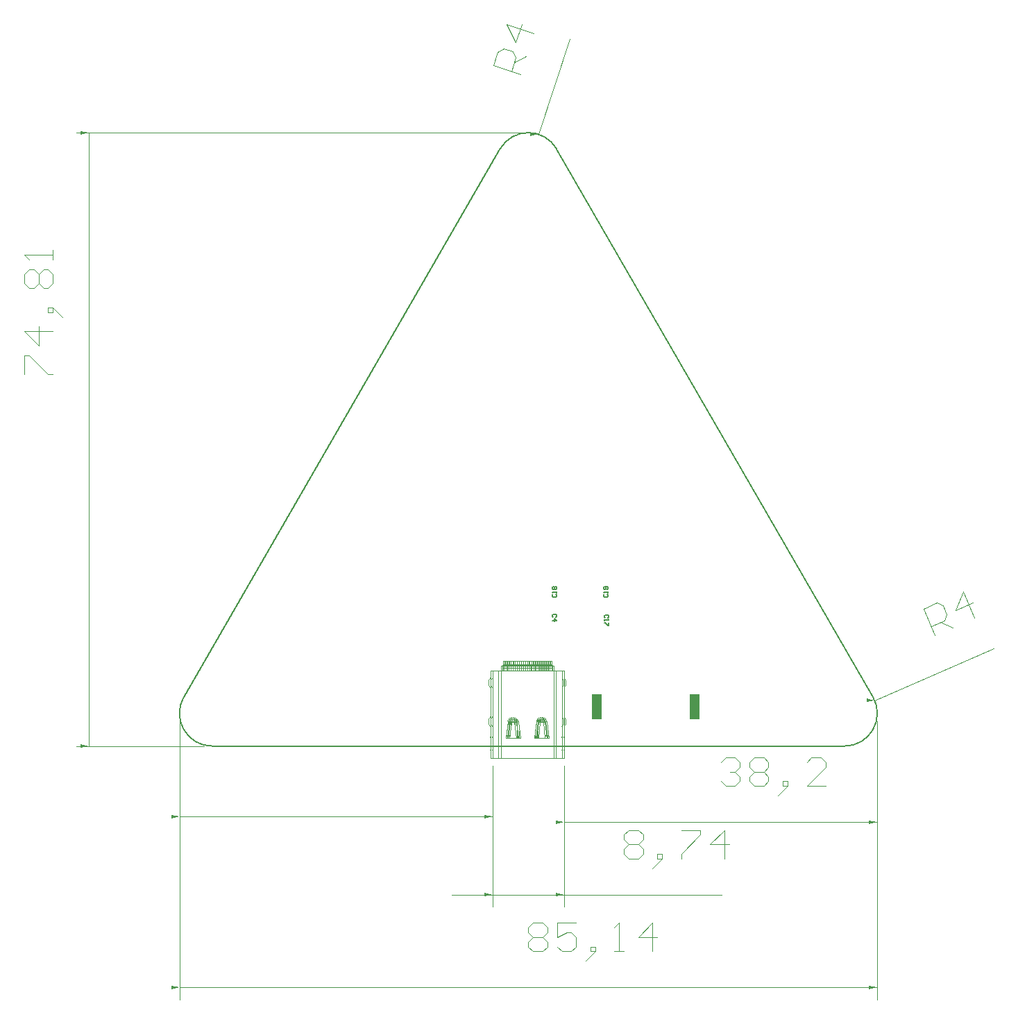
<source format=gm1>
G04*
G04 #@! TF.GenerationSoftware,Altium Limited,Altium Designer,19.0.12 (326)*
G04*
G04 Layer_Color=16711935*
%FSLAX44Y44*%
%MOMM*%
G71*
G01*
G75*
%ADD16C,0.1270*%
%ADD141C,0.0127*%
%ADD142R,1.2500X3.1063*%
%ADD143R,1.2540X3.1178*%
G36*
X816839Y-132073D02*
X806839Y-134215D01*
Y-129930D01*
X816839Y-132073D01*
D02*
G37*
G36*
X434821Y-132073D02*
X424821Y-134216D01*
Y-129930D01*
X434821Y-132073D01*
D02*
G37*
G36*
Y-220570D02*
X424821Y-222713D01*
Y-218428D01*
X434821Y-220570D01*
D02*
G37*
G36*
X347421D02*
X337421Y-222713D01*
Y-218428D01*
X347421Y-220570D01*
D02*
G37*
G36*
X816839Y-333596D02*
X806839Y-335738D01*
Y-331453D01*
X816839Y-333596D01*
D02*
G37*
G36*
X-34597D02*
X-44597Y-335738D01*
Y-331453D01*
X-34597Y-333596D01*
D02*
G37*
G36*
X-145146Y-39447D02*
X-155146Y-41590D01*
Y-37304D01*
X-145146Y-39447D01*
D02*
G37*
G36*
X-34597Y-125640D02*
X-44597Y-127782D01*
Y-123497D01*
X-34597Y-125640D01*
D02*
G37*
G36*
X-145146Y708636D02*
X-155146Y706494D01*
Y710779D01*
X-145146Y708636D01*
D02*
G37*
G36*
X347421Y-125640D02*
X337421Y-127782D01*
Y-123497D01*
X347421Y-125640D01*
D02*
G37*
G36*
X813543Y16454D02*
X803543Y14311D01*
Y18597D01*
X813543Y16454D01*
D02*
G37*
G36*
X403503Y706672D02*
X393503Y704529D01*
Y708814D01*
X403503Y706672D01*
D02*
G37*
D16*
X488102Y116502D02*
X488948Y117349D01*
Y119042D01*
X488102Y119888D01*
X484716D01*
X483870Y119042D01*
Y117349D01*
X484716Y116502D01*
X483870Y114810D02*
Y113117D01*
Y113963D01*
X488948D01*
X488102Y114810D01*
X488948Y110578D02*
Y107192D01*
X488102D01*
X484716Y110578D01*
X483870D01*
X424766Y118064D02*
X425612Y118911D01*
Y120604D01*
X424766Y121450D01*
X421380D01*
X420534Y120604D01*
Y118911D01*
X421380Y118064D01*
X420534Y113833D02*
X425612D01*
X423073Y116372D01*
Y112986D01*
X483956Y145372D02*
X483110Y144525D01*
Y142832D01*
X483956Y141986D01*
X487342D01*
X488188Y142832D01*
Y144525D01*
X487342Y145372D01*
X488188Y147064D02*
Y148757D01*
Y147911D01*
X483110D01*
X483956Y147064D01*
X487342Y151296D02*
X488188Y152143D01*
Y153835D01*
X487342Y154682D01*
X483956D01*
X483110Y153835D01*
Y152143D01*
X483956Y151296D01*
X484802D01*
X485649Y152143D01*
Y154682D01*
X421472Y145626D02*
X420626Y144779D01*
Y143086D01*
X421472Y142240D01*
X424858D01*
X425704Y143086D01*
Y144779D01*
X424858Y145626D01*
X425704Y147318D02*
Y149011D01*
Y148165D01*
X420626D01*
X421472Y147318D01*
Y151550D02*
X420626Y152397D01*
Y154089D01*
X421472Y154936D01*
X422318D01*
X423165Y154089D01*
X424011Y154936D01*
X424858D01*
X425704Y154089D01*
Y152397D01*
X424858Y151550D01*
X424011D01*
X423165Y152397D01*
X422318Y151550D01*
X421472D01*
X423165Y152397D02*
Y154089D01*
X-29238Y20553D02*
G03*
X5403Y-39447I34641J-20000D01*
G01*
X425762Y688636D02*
G03*
X356480Y688636I-34641J-20000D01*
G01*
X776839Y-39447D02*
G03*
X811480Y20553I0J40000D01*
G01*
X-29238D02*
X356480Y688636D01*
X425762D02*
X811480Y20553D01*
X434675Y-39447D02*
X776839D01*
X5403D02*
X434675D01*
D141*
X425762Y688636D02*
G03*
X356480Y688636I-34641J-20000D01*
G01*
X776839Y-39447D02*
G03*
X811480Y20553I0J40000D01*
G01*
X-29238D02*
G03*
X5403Y-39447I34641J-20000D01*
G01*
X347549Y-44269D02*
G03*
X347566Y-43837I-5482J437D01*
G01*
X378621Y-9267D02*
G03*
X368621Y-9267I-5000J-607D01*
G01*
X347548Y-44264D02*
G03*
X347435Y-44837I2873J-863D01*
G01*
X347401Y43284D02*
G03*
X345421Y40463I1020J-2821D01*
G01*
Y34463D02*
G03*
X347401Y31642I3000J0D01*
G01*
Y-4016D02*
G03*
X345421Y-6837I1020J-2821D01*
G01*
Y-12837D02*
G03*
X347401Y-15658I3000J0D01*
G01*
X413621Y-9267D02*
G03*
X403621Y-9267I-5000J-607D01*
G01*
X434807Y-44837D02*
G03*
X434694Y-44264I-2986J-290D01*
G01*
X436821Y-6837D02*
G03*
X434841Y-4016I-3000J0D01*
G01*
X434841Y-15658D02*
G03*
X436821Y-12837I-1020J2821D01*
G01*
Y40463D02*
G03*
X434841Y43284I-3000J0D01*
G01*
Y31642D02*
G03*
X436821Y34463I-1020J2821D01*
G01*
X405632Y-8609D02*
G03*
X405590Y-9058I6557J-846D01*
G01*
X405668Y-8387D02*
G03*
X405632Y-8609I3933J-750D01*
G01*
X405720Y-8168D02*
G03*
X405668Y-8387I2226J-643D01*
G01*
X405804Y-7959D02*
G03*
X405720Y-8168I872J-471D01*
G01*
X408036Y-7337D02*
G03*
X405804Y-7959I69J-4561D01*
G01*
X410365Y-7505D02*
G03*
X408036Y-7337I-1744J-7961D01*
G01*
X411438Y-7959D02*
G03*
X410365Y-7505I-1628J-2351D01*
G01*
X411574Y-8387D02*
G03*
X411438Y-7959I-1494J-238D01*
G01*
X411610Y-8609D02*
G03*
X411574Y-8387I-3969J-527D01*
G01*
X411635Y-8833D02*
G03*
X411610Y-8609I-5420J-492D01*
G01*
X411652Y-9058D02*
G03*
X411635Y-8833I-8391J-536D01*
G01*
X434782Y-44819D02*
G03*
X434796Y-44837I24J6D01*
G01*
X434773Y-44799D02*
G03*
X434781Y-44819I193J67D01*
G01*
X434770Y-44788D02*
G03*
X434773Y-44799I345J108D01*
G01*
X434728Y-44582D02*
G03*
X434770Y-44788I1279J154D01*
G01*
X434693Y-44269D02*
G03*
X434728Y-44582I4971J393D01*
G01*
X434675Y-43837D02*
G03*
X434693Y-44269I5537J6D01*
G01*
X370632Y-8609D02*
G03*
X370590Y-9058I6557J-846D01*
G01*
X370668Y-8387D02*
G03*
X370632Y-8609I3933J-750D01*
G01*
X370720Y-8168D02*
G03*
X370668Y-8387I2226J-643D01*
G01*
X370804Y-7959D02*
G03*
X370720Y-8168I872J-471D01*
G01*
X373036Y-7337D02*
G03*
X370804Y-7959I69J-4561D01*
G01*
X375365Y-7505D02*
G03*
X373036Y-7337I-1744J-7961D01*
G01*
X376438Y-7959D02*
G03*
X375365Y-7505I-1628J-2351D01*
G01*
X376574Y-8387D02*
G03*
X376438Y-7959I-1494J-238D01*
G01*
X376610Y-8609D02*
G03*
X376574Y-8387I-3969J-527D01*
G01*
X376635Y-8833D02*
G03*
X376610Y-8609I-5420J-492D01*
G01*
X376652Y-9058D02*
G03*
X376635Y-8833I-8391J-536D01*
G01*
X347509Y-44616D02*
G03*
X347549Y-44269I-4455J688D01*
G01*
X347487Y-44730D02*
G03*
X347509Y-44616I-1897J419D01*
G01*
X347445Y-44837D02*
G03*
X347488Y-44730I-196J139D01*
G01*
X347532Y-28729D02*
G03*
X347445Y-28337I-1264J-74D01*
G01*
X347551Y-28931D02*
G03*
X347532Y-28729I-5307J-392D01*
G01*
X347566Y-29337D02*
G03*
X347551Y-28931I-5482J-4D01*
G01*
X434738Y-28528D02*
G03*
X434675Y-29337I5143J-803D01*
G01*
X434796Y-28337D02*
G03*
X434738Y-28528I447J-242D01*
G01*
X376581Y-9932D02*
G03*
X376438Y-9838I-255J-235D01*
G01*
X376607Y-9965D02*
G03*
X376581Y-9932I-268J-182D01*
G01*
X376652Y-10058D02*
G03*
X376607Y-9965I-349J-112D01*
G01*
X370707Y-9890D02*
G03*
X370590Y-10058I210J-270D01*
G01*
X370804Y-9838D02*
G03*
X370707Y-9890I118J-340D01*
G01*
X376438Y-9838D02*
G03*
X374206Y-9216I-2300J-3939D01*
G01*
D02*
G03*
X371877Y-9384I-585J-8128D01*
G01*
Y-9384D02*
G03*
X370804Y-9838I555J-2806D01*
G01*
X411581Y-9932D02*
G03*
X411438Y-9838I-255J-235D01*
G01*
X411607Y-9965D02*
G03*
X411581Y-9932I-268J-182D01*
G01*
X411652Y-10058D02*
G03*
X411607Y-9965I-349J-112D01*
G01*
X405707Y-9890D02*
G03*
X405590Y-10058I210J-270D01*
G01*
X405804Y-9838D02*
G03*
X405707Y-9890I118J-340D01*
G01*
X411438Y-9838D02*
G03*
X409206Y-9216I-2300J-3939D01*
G01*
D02*
G03*
X406877Y-9384I-585J-8128D01*
G01*
D02*
G03*
X405804Y-9838I555J-2806D01*
G01*
X344915Y-44269D02*
G03*
X344932Y-43837I-5482J437D01*
G01*
X375987Y-9267D02*
G03*
X365986Y-9267I-5000J-607D01*
G01*
X344913Y-44264D02*
G03*
X344800Y-44837I2873J-863D01*
G01*
X344766Y43284D02*
G03*
X342786Y40463I1020J-2821D01*
G01*
Y34463D02*
G03*
X344766Y31642I3000J0D01*
G01*
Y-4016D02*
G03*
X342786Y-6837I1020J-2821D01*
G01*
Y-12837D02*
G03*
X344766Y-15658I3000J0D01*
G01*
X410987Y-9267D02*
G03*
X400986Y-9267I-5000J-607D01*
G01*
X432172Y-44837D02*
G03*
X432060Y-44264I-2986J-290D01*
G01*
X434186Y-6837D02*
G03*
X432207Y-4016I-3000J0D01*
G01*
X432207Y-15658D02*
G03*
X434186Y-12837I-1020J2821D01*
G01*
Y40463D02*
G03*
X432207Y43284I-3000J0D01*
G01*
Y31642D02*
G03*
X434186Y34463I-1020J2821D01*
G01*
X402998Y-8609D02*
G03*
X402955Y-9058I6557J-846D01*
G01*
X403034Y-8387D02*
G03*
X402998Y-8609I3933J-750D01*
G01*
X403086Y-8168D02*
G03*
X403034Y-8387I2226J-643D01*
G01*
X403170Y-7959D02*
G03*
X403086Y-8168I872J-471D01*
G01*
X405401Y-7337D02*
G03*
X403170Y-7959I69J-4561D01*
G01*
X407730Y-7505D02*
G03*
X405401Y-7337I-1744J-7961D01*
G01*
X408803Y-7959D02*
G03*
X407730Y-7505I-1628J-2351D01*
G01*
X408939Y-8387D02*
G03*
X408803Y-7959I-1494J-238D01*
G01*
X408975Y-8609D02*
G03*
X408939Y-8387I-3969J-527D01*
G01*
X409000Y-8833D02*
G03*
X408975Y-8609I-5420J-492D01*
G01*
X409017Y-9058D02*
G03*
X409000Y-8833I-8391J-536D01*
G01*
X432147Y-44819D02*
G03*
X432162Y-44837I24J6D01*
G01*
X432139Y-44799D02*
G03*
X432147Y-44819I193J67D01*
G01*
X432135Y-44788D02*
G03*
X432139Y-44799I345J108D01*
G01*
X432093Y-44582D02*
G03*
X432135Y-44788I1279J154D01*
G01*
X432058Y-44269D02*
G03*
X432093Y-44582I4971J393D01*
G01*
X432041Y-43837D02*
G03*
X432058Y-44269I5537J6D01*
G01*
X367998Y-8609D02*
G03*
X367955Y-9058I6557J-846D01*
G01*
X368034Y-8387D02*
G03*
X367998Y-8609I3933J-750D01*
G01*
X368086Y-8168D02*
G03*
X368034Y-8387I2226J-643D01*
G01*
X368170Y-7959D02*
G03*
X368086Y-8168I872J-471D01*
G01*
X370401Y-7337D02*
G03*
X368170Y-7959I69J-4561D01*
G01*
X372730Y-7505D02*
G03*
X370401Y-7337I-1744J-7961D01*
G01*
X373803Y-7959D02*
G03*
X372730Y-7505I-1628J-2351D01*
G01*
X373939Y-8387D02*
G03*
X373803Y-7959I-1494J-238D01*
G01*
X373975Y-8609D02*
G03*
X373939Y-8387I-3969J-527D01*
G01*
X374000Y-8833D02*
G03*
X373975Y-8609I-5420J-492D01*
G01*
X374018Y-9058D02*
G03*
X374000Y-8833I-8391J-536D01*
G01*
X344875Y-44616D02*
G03*
X344915Y-44269I-4455J688D01*
G01*
X344853Y-44730D02*
G03*
X344875Y-44616I-1897J419D01*
G01*
X344811Y-44837D02*
G03*
X344853Y-44730I-196J139D01*
G01*
X344898Y-28729D02*
G03*
X344811Y-28337I-1264J-74D01*
G01*
X344917Y-28931D02*
G03*
X344898Y-28729I-5307J-392D01*
G01*
X344932Y-29337D02*
G03*
X344917Y-28931I-5482J-4D01*
G01*
X432103Y-28528D02*
G03*
X432041Y-29337I5143J-803D01*
G01*
X432162Y-28337D02*
G03*
X432103Y-28528I447J-242D01*
G01*
X373946Y-9932D02*
G03*
X373803Y-9838I-255J-235D01*
G01*
X373973Y-9965D02*
G03*
X373946Y-9932I-268J-182D01*
G01*
X374017Y-10058D02*
G03*
X373973Y-9965I-349J-112D01*
G01*
X368072Y-9890D02*
G03*
X367955Y-10058I210J-270D01*
G01*
X368170Y-9838D02*
G03*
X368072Y-9890I118J-340D01*
G01*
X373803Y-9838D02*
G03*
X371572Y-9216I-2300J-3939D01*
G01*
D02*
G03*
X369242Y-9384I-585J-8128D01*
G01*
Y-9384D02*
G03*
X368170Y-9838I555J-2806D01*
G01*
X408946Y-9932D02*
G03*
X408803Y-9838I-255J-235D01*
G01*
X408973Y-9965D02*
G03*
X408946Y-9932I-268J-182D01*
G01*
X409017Y-10058D02*
G03*
X408973Y-9965I-349J-112D01*
G01*
X403072Y-9890D02*
G03*
X402955Y-10058I210J-270D01*
G01*
X403170Y-9838D02*
G03*
X403072Y-9890I118J-340D01*
G01*
X408803Y-9838D02*
G03*
X406572Y-9216I-2300J-3939D01*
G01*
D02*
G03*
X404242Y-9384I-585J-8128D01*
G01*
D02*
G03*
X403170Y-9838I555J-2806D01*
G01*
X425762Y688636D02*
X811480Y20553D01*
X-29238D02*
X356480Y688636D01*
X434675Y-39447D02*
X776839D01*
X5403D02*
X347566D01*
X-34597Y-348596D02*
Y-9447D01*
X816839Y-348596D02*
Y-9447D01*
X-34597Y-333596D02*
X391121D01*
X816839D01*
X-160146Y-39447D02*
X-4597D01*
X-160146Y708636D02*
X381121D01*
X-145146Y-39447D02*
Y334595D01*
Y708636D01*
X403503Y706672D02*
X441340Y822894D01*
X813543Y16454D02*
X959229Y79566D01*
X347421Y-235570D02*
Y-63837D01*
X434821Y-63837D02*
X434821Y-235570D01*
X297421Y-220570D02*
X347421D01*
X297421D02*
X391121D01*
X434821D02*
X626745D01*
X391121D02*
X626745D01*
X434821Y-63837D02*
X434821Y-147073D01*
X816839Y-147073D02*
Y-9447D01*
X434821Y-132073D02*
X625830D01*
X816839Y-132073D01*
X347421Y-63837D02*
X347421Y-140640D01*
X-34597Y-140640D02*
Y-9447D01*
X156412Y-125640D02*
X347421D01*
X-34597Y-125640D02*
X156412Y-125640D01*
X347421Y-53837D02*
X434821Y-53837D01*
X434733Y-44613D02*
X434775Y-44606D01*
X347421Y-44837D02*
X347436D01*
X434806D02*
X434821D01*
X368101Y-29938D02*
X379141D01*
X403101D02*
X414141D01*
Y-29837D02*
X416121D01*
X401121D02*
X403101D01*
X379141D02*
X381121D01*
X366121D02*
X368101D01*
X403133Y-29504D02*
X414109D01*
X368133D02*
X379109D01*
X367121Y-26837D02*
X368462D01*
X413779Y-26837D02*
X415121D01*
X413673Y-25971D02*
X415021D01*
X367221D02*
X368569D01*
X347467Y-44606D02*
X347509Y-44613D01*
X405570Y-10395D02*
X411672D01*
X370570D02*
X376672D01*
X370804Y-9838D02*
X376438D01*
X405804D02*
X411438D01*
X376652Y-9337D02*
X378121D01*
X369121D02*
X370590D01*
X404121D02*
X405590D01*
X411652D02*
X413121D01*
X404897Y-6537D02*
X412345D01*
X369897D02*
X377345D01*
X347421Y52163D02*
X434821D01*
X362221Y56163D02*
X365021D01*
X367221D02*
X370021D01*
X372221D02*
X375021D01*
X382221D02*
X385021D01*
X377221D02*
X380021D01*
X387221D02*
X390021D01*
X392221D02*
X395021D01*
X397221D02*
X400021D01*
X402221D02*
X405021D01*
X407221D02*
X410021D01*
X412221D02*
X415021D01*
X417221D02*
X420021D01*
X365021Y58153D02*
X367221D01*
X360314D02*
X362221D01*
X370021D02*
X372221D01*
X375021D02*
X377221D01*
X380021D02*
X382221D01*
X385021D02*
X387221D01*
X390021D02*
X392221D01*
X395021D02*
X397221D01*
X400021D02*
X402221D01*
X405021D02*
X407221D01*
X410021D02*
X412221D01*
X415021D02*
X417221D01*
X420021D02*
X421914D01*
X417221Y59263D02*
X420021D01*
X407221D02*
X410021D01*
X412221D02*
X415021D01*
X402221D02*
X405021D01*
X397221D02*
X400021D01*
X392221D02*
X395021D01*
X387221D02*
X390021D01*
X382221D02*
X385021D01*
X377221D02*
X380021D01*
X372221D02*
X375021D01*
X367221D02*
X370021D01*
X362221D02*
X365021D01*
X362621Y59763D02*
X364621D01*
X367621D02*
X369621D01*
X372621D02*
X374621D01*
X382621D02*
X384621D01*
X377621D02*
X379621D01*
X387621D02*
X389621D01*
X392621D02*
X394621D01*
X397621D02*
X399621D01*
X402621D02*
X404621D01*
X407621D02*
X409621D01*
X412621D02*
X414621D01*
X417621D02*
X419621D01*
X417621Y64100D02*
X419621D01*
X407621D02*
X409621D01*
X412621D02*
X414621D01*
X402621D02*
X404621D01*
X397621D02*
X399621D01*
X392621D02*
X394621D01*
X387621D02*
X389621D01*
X382621D02*
X384621D01*
X377621D02*
X379621D01*
X372621D02*
X374621D01*
X367621D02*
X369621D01*
X362621D02*
X364621D01*
X367221Y-25971D02*
X367721Y-26837D01*
X345421Y-12837D02*
Y-6837D01*
Y34463D02*
Y40463D01*
X347421Y52163D02*
X347421Y-28337D01*
Y-53837D02*
Y-44837D01*
X347566Y-43837D02*
Y-29337D01*
X357421Y52163D02*
X357421Y-53837D01*
X376672Y-9759D02*
X379109Y-29504D01*
X378621Y-9267D02*
X381121Y-29837D01*
X360314Y52163D02*
Y58153D01*
X362221Y52163D02*
Y59263D01*
X362621D02*
Y64100D01*
X364621Y59263D02*
Y64100D01*
X365021Y52163D02*
Y59263D01*
X367121Y-26837D02*
Y-21609D01*
X367221Y-25971D02*
Y-20786D01*
Y52163D02*
Y59263D01*
X367621D02*
Y64100D01*
X368101Y-29938D02*
Y-29837D01*
X368121Y-29938D02*
Y-29720D01*
X369121Y-9337D02*
Y-7688D01*
X369621Y59263D02*
Y64100D01*
X370021Y52163D02*
Y59263D01*
Y-14207D02*
Y-9337D01*
X370121Y-13397D02*
Y-9337D01*
X370570Y-10395D02*
Y-9759D01*
X370590Y-10395D02*
Y-9058D01*
X370804Y-9838D02*
Y-7959D01*
X372221Y52163D02*
Y59263D01*
X372621D02*
Y64100D01*
X373121Y-7336D02*
Y-6537D01*
X374121Y-7336D02*
Y-6537D01*
X374621Y59263D02*
Y64100D01*
X375021Y52163D02*
Y59263D01*
X376438Y-9838D02*
Y-7959D01*
X376652Y-10395D02*
Y-9058D01*
X376672Y-10395D02*
Y-9759D01*
X377121Y-13397D02*
Y-9337D01*
X377221Y-14207D02*
Y-9337D01*
Y52163D02*
Y59263D01*
X377621D02*
Y64100D01*
X378121Y-9337D02*
Y-7688D01*
X379121Y-29938D02*
Y-29720D01*
X379141Y-29938D02*
Y-29837D01*
X379621Y59263D02*
Y64100D01*
X380021Y52163D02*
Y59263D01*
Y-29837D02*
Y-20786D01*
X380121Y-29837D02*
Y-21609D01*
X382221Y52163D02*
Y59263D01*
X382621D02*
Y64100D01*
X384621Y59263D02*
Y64100D01*
X385021Y52163D02*
Y59263D01*
X387221Y52163D02*
Y59263D01*
X387621D02*
Y64100D01*
X389621Y59263D02*
Y64100D01*
X390021Y52163D02*
Y59263D01*
X392221Y52163D02*
Y59263D01*
X392621D02*
Y64100D01*
X394621Y59263D02*
Y64100D01*
X395021Y52163D02*
Y59263D01*
X411672Y-9759D02*
X414109Y-29504D01*
X413621Y-9267D02*
X416121Y-29837D01*
X397221Y52163D02*
Y59263D01*
X397621D02*
Y64100D01*
X399621Y59263D02*
Y64100D01*
X400021Y52163D02*
Y59263D01*
X402121Y-29837D02*
Y-21609D01*
X402221Y-29837D02*
Y-20786D01*
Y52163D02*
Y59263D01*
X402621D02*
Y64100D01*
X403101Y-29938D02*
Y-29837D01*
X403121Y-29938D02*
Y-29720D01*
X404121Y-9337D02*
Y-7688D01*
X404621Y59263D02*
Y64100D01*
X405021Y52163D02*
Y59263D01*
Y-14207D02*
Y-9337D01*
X405121Y-13397D02*
Y-9337D01*
X405570Y-10395D02*
Y-9759D01*
X405590Y-10395D02*
Y-9058D01*
X405804Y-9838D02*
Y-7959D01*
X407221Y52163D02*
Y59263D01*
X407621D02*
Y64100D01*
X408121Y-7336D02*
Y-6537D01*
X409121Y-7336D02*
Y-6537D01*
X409621Y59263D02*
Y64100D01*
X410021Y52163D02*
Y59263D01*
X411438Y-9838D02*
Y-7959D01*
X411652Y-10395D02*
Y-9058D01*
X411672Y-10395D02*
Y-9759D01*
X412121Y-13397D02*
Y-9337D01*
X412221Y-14207D02*
Y-9337D01*
Y52163D02*
Y59263D01*
X412621D02*
Y64100D01*
X413121Y-9337D02*
Y-7688D01*
X414121Y-29938D02*
Y-29720D01*
X414141Y-29938D02*
Y-29837D01*
X414621Y59263D02*
Y64100D01*
X415021Y52163D02*
Y59263D01*
Y-25971D02*
Y-20786D01*
X415121Y-26837D02*
Y-21609D01*
X417221Y52163D02*
Y59263D01*
X417621D02*
Y64100D01*
X419621Y59263D02*
Y64100D01*
X420021Y52163D02*
Y59263D01*
X421914Y52163D02*
Y58153D01*
X424821Y-53837D02*
Y52163D01*
X366121Y-29837D02*
X368621Y-9267D01*
X368133Y-29504D02*
X370570Y-9759D01*
X434675Y-43837D02*
Y-29337D01*
X434821Y-53837D02*
Y-44837D01*
X434821Y52163D02*
X434821Y-28337D01*
X436821Y34463D02*
Y40463D01*
Y-12837D02*
Y-6837D01*
X401121Y-29837D02*
X403621Y-9267D01*
X403133Y-29504D02*
X405570Y-9759D01*
X414521Y-26837D02*
X415021Y-25971D01*
X414109Y-29504D02*
X414121Y-29720D01*
X403121D02*
X403133Y-29504D01*
X379109D02*
X379121Y-29720D01*
X368121D02*
X368133Y-29504D01*
X344786Y-53837D02*
X432187Y-53837D01*
X432099Y-44613D02*
X432141Y-44606D01*
X344786Y-44837D02*
X344802D01*
X432171D02*
X432187D01*
X365466Y-29938D02*
X376507D01*
X400466D02*
X411506D01*
Y-29837D02*
X413486D01*
X398487D02*
X400466D01*
X376507D02*
X378486D01*
X363486D02*
X365466D01*
X400499Y-29504D02*
X411474D01*
X365499D02*
X376474D01*
X364486Y-26837D02*
X365828D01*
X411145Y-26837D02*
X412486D01*
X411038Y-25971D02*
X412386D01*
X364586D02*
X365935D01*
X344832Y-44606D02*
X344874Y-44613D01*
X402935Y-10395D02*
X409038D01*
X367935D02*
X374038D01*
X368170Y-9838D02*
X373803D01*
X403170D02*
X408803D01*
X374017Y-9337D02*
X375486D01*
X366486D02*
X367955D01*
X401486D02*
X402955D01*
X409017D02*
X410486D01*
X402263Y-6537D02*
X409710D01*
X367263D02*
X374710D01*
X344786Y52163D02*
X432186D01*
X359586Y56163D02*
X362386D01*
X364586D02*
X367386D01*
X369586D02*
X372387D01*
X379586D02*
X382386D01*
X374586D02*
X377386D01*
X384586D02*
X387386D01*
X389586D02*
X392386D01*
X394586D02*
X397387D01*
X399586D02*
X402386D01*
X404586D02*
X407386D01*
X409586D02*
X412386D01*
X414586D02*
X417386D01*
X362386Y58153D02*
X364586D01*
X357680D02*
X359586D01*
X367386D02*
X369586D01*
X372387D02*
X374586D01*
X377386D02*
X379586D01*
X382386D02*
X384586D01*
X387386D02*
X389586D01*
X392386D02*
X394586D01*
X397387D02*
X399586D01*
X402386D02*
X404586D01*
X407386D02*
X409586D01*
X412386D02*
X414586D01*
X417386D02*
X419280D01*
X414586Y59263D02*
X417386D01*
X404586D02*
X407386D01*
X409586D02*
X412386D01*
X399586D02*
X402386D01*
X394586D02*
X397387D01*
X389586D02*
X392386D01*
X384586D02*
X387386D01*
X379586D02*
X382386D01*
X374586D02*
X377386D01*
X369586D02*
X372387D01*
X364586D02*
X367386D01*
X359586D02*
X362386D01*
X359986Y59763D02*
X361986D01*
X364986D02*
X366986D01*
X369986D02*
X371987D01*
X379986D02*
X381986D01*
X374986D02*
X376986D01*
X384986D02*
X386986D01*
X389986D02*
X391986D01*
X394986D02*
X396987D01*
X399986D02*
X401986D01*
X404986D02*
X406986D01*
X409986D02*
X411987D01*
X414986D02*
X416986D01*
X414986Y64100D02*
X416986D01*
X404986D02*
X406986D01*
X409986D02*
X411987D01*
X399986D02*
X401986D01*
X394986D02*
X396987D01*
X389986D02*
X391986D01*
X384986D02*
X386986D01*
X379986D02*
X381986D01*
X374986D02*
X376986D01*
X369986D02*
X371987D01*
X364986D02*
X366986D01*
X359986D02*
X361986D01*
X364586Y-25971D02*
X365086Y-26837D01*
X342786Y-12837D02*
Y-6837D01*
Y34463D02*
Y40463D01*
X344786Y52163D02*
X344786Y-28337D01*
Y-53837D02*
Y-44837D01*
X344932Y-43837D02*
Y-29337D01*
X354786Y52163D02*
X354786Y-53837D01*
X374038Y-9759D02*
X376474Y-29504D01*
X375987Y-9267D02*
X378486Y-29837D01*
X357680Y52163D02*
Y58153D01*
X359586Y52163D02*
Y59263D01*
X359986D02*
Y64100D01*
X361986Y59263D02*
Y64100D01*
X362386Y52163D02*
Y59263D01*
X364486Y-26837D02*
Y-21609D01*
X364586Y-25971D02*
Y-20786D01*
Y52163D02*
Y59263D01*
X364986D02*
Y64100D01*
X365466Y-29938D02*
Y-29837D01*
X365486Y-29938D02*
Y-29720D01*
X366486Y-9337D02*
Y-7688D01*
X366986Y59263D02*
Y64100D01*
X367386Y52163D02*
Y59263D01*
Y-14207D02*
Y-9337D01*
X367486Y-13397D02*
Y-9337D01*
X367935Y-10395D02*
Y-9759D01*
X367955Y-10395D02*
Y-9058D01*
X368170Y-9838D02*
Y-7959D01*
X369586Y52163D02*
Y59263D01*
X369986D02*
Y64100D01*
X370486Y-7336D02*
Y-6537D01*
X371487Y-7336D02*
Y-6537D01*
X371987Y59263D02*
Y64100D01*
X372387Y52163D02*
Y59263D01*
X373803Y-9838D02*
Y-7959D01*
X374017Y-10395D02*
Y-9058D01*
X374038Y-10395D02*
Y-9759D01*
X374486Y-13397D02*
Y-9337D01*
X374586Y-14207D02*
Y-9337D01*
Y52163D02*
Y59263D01*
X374986D02*
Y64100D01*
X375486Y-9337D02*
Y-7688D01*
X376486Y-29938D02*
Y-29720D01*
X376507Y-29938D02*
Y-29837D01*
X376986Y59263D02*
Y64100D01*
X377386Y52163D02*
Y59263D01*
Y-29837D02*
Y-20786D01*
X377486Y-29837D02*
Y-21609D01*
X379586Y52163D02*
Y59263D01*
X379986D02*
Y64100D01*
X381986Y59263D02*
Y64100D01*
X382386Y52163D02*
Y59263D01*
X384586Y52163D02*
Y59263D01*
X384986D02*
Y64100D01*
X386986Y59263D02*
Y64100D01*
X387386Y52163D02*
Y59263D01*
X389586Y52163D02*
Y59263D01*
X389986D02*
Y64100D01*
X391986Y59263D02*
Y64100D01*
X392386Y52163D02*
Y59263D01*
X409038Y-9759D02*
X411474Y-29504D01*
X410987Y-9267D02*
X413486Y-29837D01*
X394586Y52163D02*
Y59263D01*
X394986D02*
Y64100D01*
X396987Y59263D02*
Y64100D01*
X397387Y52163D02*
Y59263D01*
X399487Y-29837D02*
Y-21609D01*
X399586Y-29837D02*
Y-20786D01*
Y52163D02*
Y59263D01*
X399986D02*
Y64100D01*
X400466Y-29938D02*
Y-29837D01*
X400486Y-29938D02*
Y-29720D01*
X401486Y-9337D02*
Y-7688D01*
X401986Y59263D02*
Y64100D01*
X402386Y52163D02*
Y59263D01*
Y-14207D02*
Y-9337D01*
X402486Y-13397D02*
Y-9337D01*
X402935Y-10395D02*
Y-9759D01*
X402955Y-10395D02*
Y-9058D01*
X403170Y-9838D02*
Y-7959D01*
X404586Y52163D02*
Y59263D01*
X404986D02*
Y64100D01*
X405486Y-7336D02*
Y-6537D01*
X406487Y-7336D02*
Y-6537D01*
X406986Y59263D02*
Y64100D01*
X407386Y52163D02*
Y59263D01*
X408803Y-9838D02*
Y-7959D01*
X409017Y-10395D02*
Y-9058D01*
X409038Y-10395D02*
Y-9759D01*
X409487Y-13397D02*
Y-9337D01*
X409586Y-14207D02*
Y-9337D01*
Y52163D02*
Y59263D01*
X409986D02*
Y64100D01*
X410486Y-9337D02*
Y-7688D01*
X411487Y-29938D02*
Y-29720D01*
X411506Y-29938D02*
Y-29837D01*
X411987Y59263D02*
Y64100D01*
X412386Y52163D02*
Y59263D01*
Y-25971D02*
Y-20786D01*
X412486Y-26837D02*
Y-21609D01*
X414586Y52163D02*
Y59263D01*
X414986D02*
Y64100D01*
X416986Y59263D02*
Y64100D01*
X417386Y52163D02*
Y59263D01*
X419280Y52163D02*
Y58153D01*
X422187Y-53837D02*
Y52163D01*
X363486Y-29837D02*
X365986Y-9267D01*
X365499Y-29504D02*
X367935Y-9759D01*
X432041Y-43837D02*
Y-29337D01*
X432187Y-53837D02*
Y-44837D01*
X432186Y52163D02*
X432187Y-28337D01*
X434186Y34463D02*
Y40463D01*
Y-12837D02*
Y-6837D01*
X398487Y-29837D02*
X400986Y-9267D01*
X400499Y-29504D02*
X402935Y-9759D01*
X411886Y-26837D02*
X412386Y-25971D01*
X411474Y-29504D02*
X411487Y-29720D01*
X400486D02*
X400499Y-29504D01*
X376474D02*
X376486Y-29720D01*
X365486D02*
X365499Y-29504D01*
X391121Y-260688D02*
X396952Y-254857D01*
X408615D01*
X414447Y-260688D01*
Y-266520D01*
X408615Y-272351D01*
X414447Y-278183D01*
Y-284014D01*
X408615Y-289846D01*
X396952D01*
X391121Y-284014D01*
Y-278183D01*
X396952Y-272351D01*
X391121Y-266520D01*
Y-260688D01*
X396952Y-272351D02*
X408615D01*
X449435Y-254857D02*
X426110D01*
Y-272351D01*
X437772Y-266520D01*
X443604D01*
X449435Y-272351D01*
Y-284014D01*
X443604Y-289846D01*
X431941D01*
X426110Y-284014D01*
X466930Y-295677D02*
X472761Y-289846D01*
Y-284014D01*
X466930D01*
Y-289846D01*
X472761D01*
X466930Y-295677D01*
X461098Y-301508D01*
X496087Y-289846D02*
X507750D01*
X501918D01*
Y-254857D01*
X496087Y-260688D01*
X542739Y-289846D02*
Y-254857D01*
X525244Y-272351D01*
X548570D01*
X-223885Y413906D02*
Y437232D01*
X-218053D01*
X-194727Y413906D01*
X-188896D01*
Y466390D02*
X-223885D01*
X-206390Y448895D01*
Y472221D01*
X-183064Y489715D02*
X-188896Y495547D01*
X-194727D01*
Y489715D01*
X-188896D01*
Y495547D01*
X-183064Y489715D01*
X-177233Y483884D01*
X-218053Y518872D02*
X-223885Y524704D01*
Y536367D01*
X-218053Y542198D01*
X-212222D01*
X-206390Y536367D01*
X-200559Y542198D01*
X-194727D01*
X-188896Y536367D01*
Y524704D01*
X-194727Y518872D01*
X-200559D01*
X-206390Y524704D01*
X-212222Y518872D01*
X-218053D01*
X-206390Y524704D02*
Y536367D01*
X-188896Y553861D02*
Y565524D01*
Y559693D01*
X-223885D01*
X-218053Y553861D01*
X381320Y779859D02*
X348050Y790691D01*
X353465Y807326D01*
X360816Y811066D01*
X371906Y807455D01*
X375645Y800105D01*
X370230Y783470D01*
X373840Y794560D02*
X388541Y802039D01*
X397566Y829765D02*
X364296Y840596D01*
X375516Y818545D01*
X382737Y840725D01*
X887241Y96059D02*
X873333Y128165D01*
X889385Y135119D01*
X897054Y132086D01*
X901691Y121384D01*
X898658Y113715D01*
X882605Y106761D01*
X893307Y111397D02*
X908645Y105331D01*
X935399Y116922D02*
X921491Y149027D01*
X912392Y126020D01*
X933796Y135293D01*
X507745Y-147663D02*
X513576Y-141832D01*
X525239D01*
X531071Y-147663D01*
Y-153495D01*
X525239Y-159326D01*
X531071Y-165157D01*
Y-170989D01*
X525239Y-176820D01*
X513576D01*
X507745Y-170989D01*
Y-165157D01*
X513576Y-159326D01*
X507745Y-153495D01*
Y-147663D01*
X513576Y-159326D02*
X525239D01*
X548565Y-182652D02*
X554396Y-176820D01*
Y-170989D01*
X548565D01*
Y-176820D01*
X554396D01*
X548565Y-182652D01*
X542733Y-188483D01*
X577722Y-141832D02*
X601048D01*
Y-147663D01*
X577722Y-170989D01*
Y-176820D01*
X630205D02*
Y-141832D01*
X612711Y-159326D01*
X636037D01*
X625830Y-59165D02*
X631661Y-53334D01*
X643324D01*
X649156Y-59165D01*
Y-64997D01*
X643324Y-70828D01*
X637493D01*
X643324D01*
X649156Y-76660D01*
Y-82491D01*
X643324Y-88323D01*
X631661D01*
X625830Y-82491D01*
X660819Y-59165D02*
X666650Y-53334D01*
X678313D01*
X684144Y-59165D01*
Y-64997D01*
X678313Y-70828D01*
X684144Y-76660D01*
Y-82491D01*
X678313Y-88323D01*
X666650D01*
X660819Y-82491D01*
Y-76660D01*
X666650Y-70828D01*
X660819Y-64997D01*
Y-59165D01*
X666650Y-70828D02*
X678313D01*
X701639Y-94154D02*
X707470Y-88323D01*
Y-82491D01*
X701639D01*
Y-88323D01*
X707470D01*
X701639Y-94154D01*
X695807Y-99986D01*
X754122Y-88323D02*
X730796D01*
X754122Y-64997D01*
Y-59165D01*
X748290Y-53334D01*
X736628D01*
X730796Y-59165D01*
D142*
X594079Y8221D02*
D03*
D143*
X474560Y8343D02*
D03*
M02*

</source>
